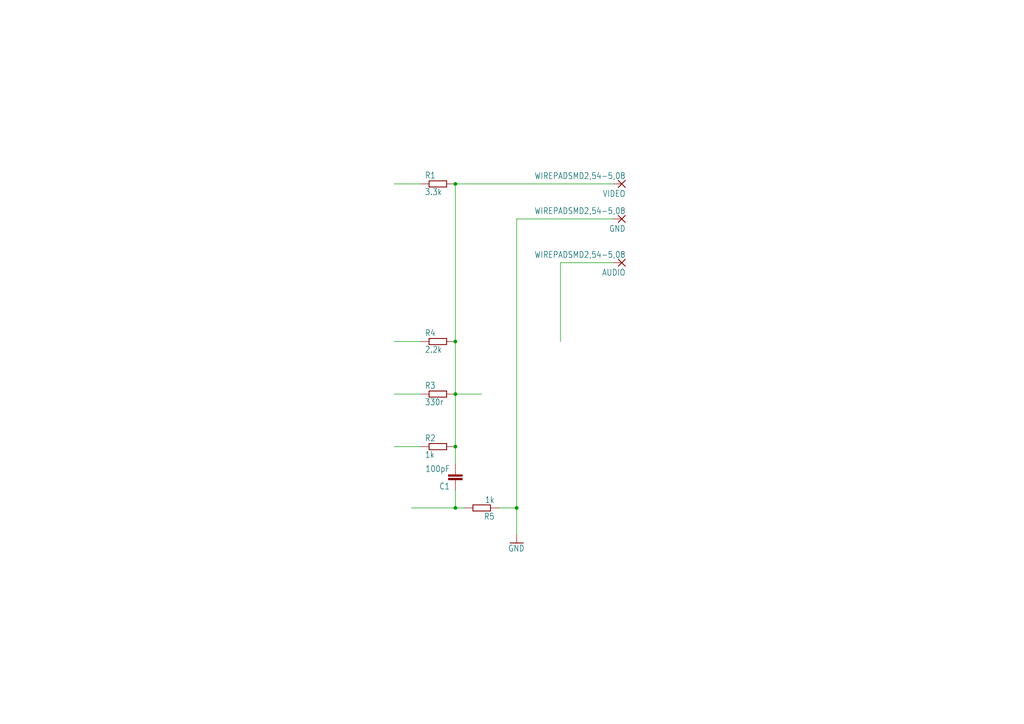
<source format=kicad_sch>
(kicad_sch (version 20211123) (generator eeschema)
  (paper "A4")
  (lib_symbols
    (symbol "AtariJuniorAVPanelized-eagle-import:C-EUC0805"
      (property "Reference" "C" (at 1.524 0.381 0))
      (property "Value" "C-EUC0805" (at 1.524 -4.699 0))
      (symbol "C-EUC0805_1_0"
        (rectangle (start -2.032 -2.032) (end 2.032 -1.524) (fill (type outline)))
        (rectangle (start -2.032 -1.016) (end 2.032 -0.508) (fill (type outline)))
        (polyline (pts (xy 0 -2.54) (xy 0 -2.032)) (stroke (width 0.1524)))
        (polyline (pts (xy 0 0) (xy 0 -0.508)) (stroke (width 0.1524)))
        (pin passive line (at 0 2.54 270) (length 2.54) (name "1") (number "1"))
        (pin passive line (at 0 -5.08 90) (length 2.54) (name "2") (number "2"))
      )
    )
    (symbol "AtariJuniorAVPanelized-eagle-import:GND" (power)
      (property "Value" "GND" (at -2.54 -2.54 0))
      (symbol "GND_1_0"
        (polyline (pts (xy -1.905 0) (xy 1.905 0)) (stroke (width 0.254)))
        (pin power_in line (at 0 2.54 270) (length 2.54) (name "GND") (number "1"))
      )
    )
    (symbol "AtariJuniorAVPanelized-eagle-import:R-EU_R0805"
      (property "Reference" "R" (at -3.81 1.4986 0))
      (property "Value" "R-EU_R0805" (at -3.81 -3.302 0))
      (symbol "R-EU_R0805_1_0"
        (polyline (pts (xy -2.54 -0.889) (xy -2.54 0.889)) (stroke (width 0.254)))
        (polyline (pts (xy -2.54 -0.889) (xy 2.54 -0.889)) (stroke (width 0.254)))
        (polyline (pts (xy 2.54 -0.889) (xy 2.54 0.889)) (stroke (width 0.254)))
        (polyline (pts (xy 2.54 0.889) (xy -2.54 0.889)) (stroke (width 0.254)))
        (pin passive line (at -5.08 0 0) (length 2.54) (name "1") (number "1"))
        (pin passive line (at 5.08 0 180) (length 2.54) (name "2") (number "2"))
      )
    )
    (symbol "AtariJuniorAVPanelized-eagle-import:WIREPADSMD2,54-5,08"
      (property "Reference" "PAD" (at -1.143 1.8542 0))
      (property "Value" "WIREPADSMD2,54-5,08" (at -1.143 -3.302 0))
      (symbol "WIREPADSMD2,54-5,08_1_0"
        (polyline (pts (xy -1.016 -1.016) (xy 1.016 1.016)) (stroke (width 0.254)))
        (polyline (pts (xy -1.016 1.016) (xy 1.016 -1.016)) (stroke (width 0.254)))
        (pin passive line (at 2.54 0 180) (length 2.54) (name "P") (number "1"))
      )
    )
  )
  (junction (at 132.08 53.34))
  (junction (at 132.08 147.32))
  (junction (at 132.08 114.3))
  (junction (at 149.86 147.32))
  (junction (at 132.08 99.06))
  (junction (at 132.08 129.54))
  (wire (pts (xy 114.3 53.34) (xy 121.92 53.34)))
  (wire (pts (xy 132.08 129.54) (xy 132.08 114.3)))
  (wire (pts (xy 177.8 63.5) (xy 149.86 63.5)))
  (wire (pts (xy 132.08 134.62) (xy 132.08 129.54)))
  (wire (pts (xy 114.3 129.54) (xy 121.92 129.54)))
  (wire (pts (xy 144.78 147.32) (xy 149.86 147.32)))
  (wire (pts (xy 149.86 147.32) (xy 149.86 154.94)))
  (wire (pts (xy 114.3 114.3) (xy 121.92 114.3)))
  (wire (pts (xy 132.08 147.32) (xy 134.62 147.32)))
  (wire (pts (xy 162.56 99.06) (xy 162.56 76.2)))
  (wire (pts (xy 149.86 63.5) (xy 149.86 147.32)))
  (wire (pts (xy 119.38 147.32) (xy 132.08 147.32)))
  (wire (pts (xy 177.8 76.2) (xy 162.56 76.2)))
  (wire (pts (xy 132.08 114.3) (xy 139.7 114.3)))
  (wire (pts (xy 114.3 99.06) (xy 121.92 99.06)))
  (wire (pts (xy 132.08 53.34) (xy 177.8 53.34)))
  (wire (pts (xy 132.08 142.24) (xy 132.08 147.32)))
  (wire (pts (xy 132.08 99.06) (xy 132.08 53.34)))
  (wire (pts (xy 132.08 114.3) (xy 132.08 99.06)))
  (symbol (lib_id "AtariJuniorAVPanelized-eagle-import:GND") (at 149.86 157.48 0) (unit 1)
    (property "Reference" "#GND1" (effects hide))
    (property "Value" "GND" (at 147.32 160.02 0) (effects (font (size 1.778 1.5113)) (justify left bottom)))
    (property "Footprint" "AtariJuniorAVPanelized:" (effects hide))
  )
  (symbol (lib_id "AtariJuniorAVPanelized-eagle-import:R-EU_R0805") (at 139.7 147.32 180)
    (property "Reference" "R5" (at 143.51 148.8186 0) (effects (font (size 1.778 1.5113)) (justify left bottom)))
    (property "Value" "1k" (at 143.51 144.018 0) (effects (font (size 1.778 1.5113)) (justify left bottom)))
    (property "Footprint" "AtariJuniorAVPanelized:R0805" (effects hide))
  )
  (symbol (lib_id "AtariJuniorAVPanelized-eagle-import:WIREPADSMD2,54-5,08") (at 180.34 53.34 180)
    (property "Reference" "VIDEO" (at 181.483 55.1942 0) (effects (font (size 1.778 1.5113)) (justify left bottom)))
    (property "Value" "WIREPADSMD2,54-5,08" (at 181.483 50.038 0) (effects (font (size 1.778 1.5113)) (justify left bottom)))
    (property "Footprint" "AtariJuniorAVPanelized:SMD2,54-5,08" (effects hide))
  )
  (symbol (lib_id "AtariJuniorAVPanelized-eagle-import:R-EU_R0805") (at 127 99.06 0)
    (property "Reference" "R4" (at 123.19 97.5614 0) (effects (font (size 1.778 1.5113)) (justify left bottom)))
    (property "Value" "2.2k" (at 123.19 102.362 0) (effects (font (size 1.778 1.5113)) (justify left bottom)))
    (property "Footprint" "AtariJuniorAVPanelized:R0805" (effects hide))
  )
  (symbol (lib_id "AtariJuniorAVPanelized-eagle-import:R-EU_R0805") (at 127 129.54 0)
    (property "Reference" "R2" (at 123.19 128.0414 0) (effects (font (size 1.778 1.5113)) (justify left bottom)))
    (property "Value" "1k" (at 123.19 132.842 0) (effects (font (size 1.778 1.5113)) (justify left bottom)))
    (property "Footprint" "AtariJuniorAVPanelized:R0805" (effects hide))
  )
  (symbol (lib_id "AtariJuniorAVPanelized-eagle-import:R-EU_R0805") (at 127 114.3 0)
    (property "Reference" "R3" (at 123.19 112.8014 0) (effects (font (size 1.778 1.5113)) (justify left bottom)))
    (property "Value" "330r" (at 123.19 117.602 0) (effects (font (size 1.778 1.5113)) (justify left bottom)))
    (property "Footprint" "AtariJuniorAVPanelized:R0805" (effects hide))
  )
  (symbol (lib_id "AtariJuniorAVPanelized-eagle-import:WIREPADSMD2,54-5,08") (at 180.34 76.2 180)
    (property "Reference" "AUDIO" (at 181.483 78.0542 0) (effects (font (size 1.778 1.5113)) (justify left bottom)))
    (property "Value" "WIREPADSMD2,54-5,08" (at 181.483 72.898 0) (effects (font (size 1.778 1.5113)) (justify left bottom)))
    (property "Footprint" "AtariJuniorAVPanelized:SMD2,54-5,08" (effects hide))
  )
  (symbol (lib_id "AtariJuniorAVPanelized-eagle-import:WIREPADSMD2,54-5,08") (at 180.34 63.5 180)
    (property "Reference" "GND" (at 181.483 65.3542 0) (effects (font (size 1.778 1.5113)) (justify left bottom)))
    (property "Value" "WIREPADSMD2,54-5,08" (at 181.483 60.198 0) (effects (font (size 1.778 1.5113)) (justify left bottom)))
    (property "Footprint" "AtariJuniorAVPanelized:SMD2,54-5,08" (effects hide))
  )
  (symbol (lib_id "AtariJuniorAVPanelized-eagle-import:C-EUC0805") (at 132.08 139.7 180)
    (property "Reference" "C1" (at 130.556 140.081 0) (effects (font (size 1.778 1.5113)) (justify left bottom)))
    (property "Value" "100pF" (at 130.556 135.001 0) (effects (font (size 1.778 1.5113)) (justify left bottom)))
    (property "Footprint" "AtariJuniorAVPanelized:C0805" (effects hide))
  )
  (symbol (lib_id "AtariJuniorAVPanelized-eagle-import:R-EU_R0805") (at 127 53.34 0)
    (property "Reference" "R1" (at 123.19 51.8414 0) (effects (font (size 1.778 1.5113)) (justify left bottom)))
    (property "Value" "3.3k" (at 123.19 56.642 0) (effects (font (size 1.778 1.5113)) (justify left bottom)))
    (property "Footprint" "AtariJuniorAVPanelized:R0805" (effects hide))
  )
)
</source>
